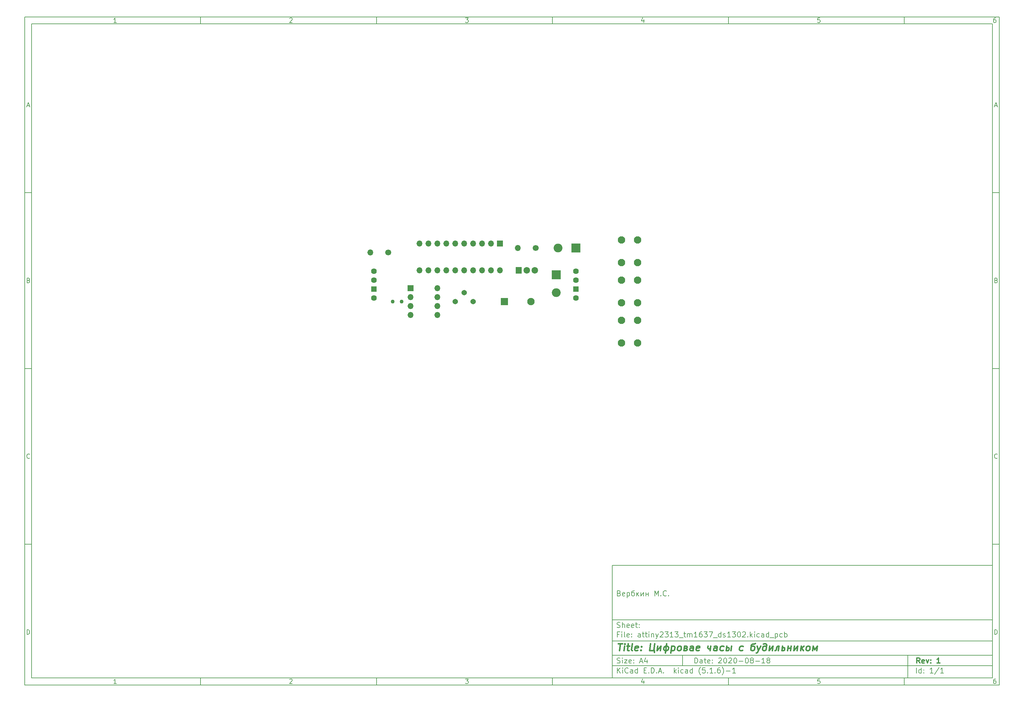
<source format=gbs>
%TF.GenerationSoftware,KiCad,Pcbnew,(5.1.6)-1*%
%TF.CreationDate,2020-08-18T15:16:58+05:00*%
%TF.ProjectId,attiny2313_tm1637_ds1302,61747469-6e79-4323-9331-335f746d3136,1*%
%TF.SameCoordinates,Original*%
%TF.FileFunction,Soldermask,Bot*%
%TF.FilePolarity,Negative*%
%FSLAX46Y46*%
G04 Gerber Fmt 4.6, Leading zero omitted, Abs format (unit mm)*
G04 Created by KiCad (PCBNEW (5.1.6)-1) date 2020-08-18 15:16:58*
%MOMM*%
%LPD*%
G01*
G04 APERTURE LIST*
%ADD10C,0.100000*%
%ADD11C,0.150000*%
%ADD12C,0.300000*%
%ADD13C,0.400000*%
%ADD14C,1.624000*%
%ADD15R,1.624000X1.624000*%
%ADD16R,2.500000X2.500000*%
%ADD17O,2.500000X2.500000*%
%ADD18R,2.100000X2.100000*%
%ADD19C,2.100000*%
%ADD20C,1.540000*%
%ADD21O,1.700000X1.700000*%
%ADD22R,1.700000X1.700000*%
%ADD23C,1.100000*%
%ADD24C,1.700000*%
%ADD25R,1.814500X1.900000*%
%ADD26O,1.814500X1.900000*%
G04 APERTURE END LIST*
D10*
D11*
X177002200Y-166007200D02*
X177002200Y-198007200D01*
X285002200Y-198007200D01*
X285002200Y-166007200D01*
X177002200Y-166007200D01*
D10*
D11*
X10000000Y-10000000D02*
X10000000Y-200007200D01*
X287002200Y-200007200D01*
X287002200Y-10000000D01*
X10000000Y-10000000D01*
D10*
D11*
X12000000Y-12000000D02*
X12000000Y-198007200D01*
X285002200Y-198007200D01*
X285002200Y-12000000D01*
X12000000Y-12000000D01*
D10*
D11*
X60000000Y-12000000D02*
X60000000Y-10000000D01*
D10*
D11*
X110000000Y-12000000D02*
X110000000Y-10000000D01*
D10*
D11*
X160000000Y-12000000D02*
X160000000Y-10000000D01*
D10*
D11*
X210000000Y-12000000D02*
X210000000Y-10000000D01*
D10*
D11*
X260000000Y-12000000D02*
X260000000Y-10000000D01*
D10*
D11*
X36065476Y-11588095D02*
X35322619Y-11588095D01*
X35694047Y-11588095D02*
X35694047Y-10288095D01*
X35570238Y-10473809D01*
X35446428Y-10597619D01*
X35322619Y-10659523D01*
D10*
D11*
X85322619Y-10411904D02*
X85384523Y-10350000D01*
X85508333Y-10288095D01*
X85817857Y-10288095D01*
X85941666Y-10350000D01*
X86003571Y-10411904D01*
X86065476Y-10535714D01*
X86065476Y-10659523D01*
X86003571Y-10845238D01*
X85260714Y-11588095D01*
X86065476Y-11588095D01*
D10*
D11*
X135260714Y-10288095D02*
X136065476Y-10288095D01*
X135632142Y-10783333D01*
X135817857Y-10783333D01*
X135941666Y-10845238D01*
X136003571Y-10907142D01*
X136065476Y-11030952D01*
X136065476Y-11340476D01*
X136003571Y-11464285D01*
X135941666Y-11526190D01*
X135817857Y-11588095D01*
X135446428Y-11588095D01*
X135322619Y-11526190D01*
X135260714Y-11464285D01*
D10*
D11*
X185941666Y-10721428D02*
X185941666Y-11588095D01*
X185632142Y-10226190D02*
X185322619Y-11154761D01*
X186127380Y-11154761D01*
D10*
D11*
X236003571Y-10288095D02*
X235384523Y-10288095D01*
X235322619Y-10907142D01*
X235384523Y-10845238D01*
X235508333Y-10783333D01*
X235817857Y-10783333D01*
X235941666Y-10845238D01*
X236003571Y-10907142D01*
X236065476Y-11030952D01*
X236065476Y-11340476D01*
X236003571Y-11464285D01*
X235941666Y-11526190D01*
X235817857Y-11588095D01*
X235508333Y-11588095D01*
X235384523Y-11526190D01*
X235322619Y-11464285D01*
D10*
D11*
X285941666Y-10288095D02*
X285694047Y-10288095D01*
X285570238Y-10350000D01*
X285508333Y-10411904D01*
X285384523Y-10597619D01*
X285322619Y-10845238D01*
X285322619Y-11340476D01*
X285384523Y-11464285D01*
X285446428Y-11526190D01*
X285570238Y-11588095D01*
X285817857Y-11588095D01*
X285941666Y-11526190D01*
X286003571Y-11464285D01*
X286065476Y-11340476D01*
X286065476Y-11030952D01*
X286003571Y-10907142D01*
X285941666Y-10845238D01*
X285817857Y-10783333D01*
X285570238Y-10783333D01*
X285446428Y-10845238D01*
X285384523Y-10907142D01*
X285322619Y-11030952D01*
D10*
D11*
X60000000Y-198007200D02*
X60000000Y-200007200D01*
D10*
D11*
X110000000Y-198007200D02*
X110000000Y-200007200D01*
D10*
D11*
X160000000Y-198007200D02*
X160000000Y-200007200D01*
D10*
D11*
X210000000Y-198007200D02*
X210000000Y-200007200D01*
D10*
D11*
X260000000Y-198007200D02*
X260000000Y-200007200D01*
D10*
D11*
X36065476Y-199595295D02*
X35322619Y-199595295D01*
X35694047Y-199595295D02*
X35694047Y-198295295D01*
X35570238Y-198481009D01*
X35446428Y-198604819D01*
X35322619Y-198666723D01*
D10*
D11*
X85322619Y-198419104D02*
X85384523Y-198357200D01*
X85508333Y-198295295D01*
X85817857Y-198295295D01*
X85941666Y-198357200D01*
X86003571Y-198419104D01*
X86065476Y-198542914D01*
X86065476Y-198666723D01*
X86003571Y-198852438D01*
X85260714Y-199595295D01*
X86065476Y-199595295D01*
D10*
D11*
X135260714Y-198295295D02*
X136065476Y-198295295D01*
X135632142Y-198790533D01*
X135817857Y-198790533D01*
X135941666Y-198852438D01*
X136003571Y-198914342D01*
X136065476Y-199038152D01*
X136065476Y-199347676D01*
X136003571Y-199471485D01*
X135941666Y-199533390D01*
X135817857Y-199595295D01*
X135446428Y-199595295D01*
X135322619Y-199533390D01*
X135260714Y-199471485D01*
D10*
D11*
X185941666Y-198728628D02*
X185941666Y-199595295D01*
X185632142Y-198233390D02*
X185322619Y-199161961D01*
X186127380Y-199161961D01*
D10*
D11*
X236003571Y-198295295D02*
X235384523Y-198295295D01*
X235322619Y-198914342D01*
X235384523Y-198852438D01*
X235508333Y-198790533D01*
X235817857Y-198790533D01*
X235941666Y-198852438D01*
X236003571Y-198914342D01*
X236065476Y-199038152D01*
X236065476Y-199347676D01*
X236003571Y-199471485D01*
X235941666Y-199533390D01*
X235817857Y-199595295D01*
X235508333Y-199595295D01*
X235384523Y-199533390D01*
X235322619Y-199471485D01*
D10*
D11*
X285941666Y-198295295D02*
X285694047Y-198295295D01*
X285570238Y-198357200D01*
X285508333Y-198419104D01*
X285384523Y-198604819D01*
X285322619Y-198852438D01*
X285322619Y-199347676D01*
X285384523Y-199471485D01*
X285446428Y-199533390D01*
X285570238Y-199595295D01*
X285817857Y-199595295D01*
X285941666Y-199533390D01*
X286003571Y-199471485D01*
X286065476Y-199347676D01*
X286065476Y-199038152D01*
X286003571Y-198914342D01*
X285941666Y-198852438D01*
X285817857Y-198790533D01*
X285570238Y-198790533D01*
X285446428Y-198852438D01*
X285384523Y-198914342D01*
X285322619Y-199038152D01*
D10*
D11*
X10000000Y-60000000D02*
X12000000Y-60000000D01*
D10*
D11*
X10000000Y-110000000D02*
X12000000Y-110000000D01*
D10*
D11*
X10000000Y-160000000D02*
X12000000Y-160000000D01*
D10*
D11*
X10690476Y-35216666D02*
X11309523Y-35216666D01*
X10566666Y-35588095D02*
X11000000Y-34288095D01*
X11433333Y-35588095D01*
D10*
D11*
X11092857Y-84907142D02*
X11278571Y-84969047D01*
X11340476Y-85030952D01*
X11402380Y-85154761D01*
X11402380Y-85340476D01*
X11340476Y-85464285D01*
X11278571Y-85526190D01*
X11154761Y-85588095D01*
X10659523Y-85588095D01*
X10659523Y-84288095D01*
X11092857Y-84288095D01*
X11216666Y-84350000D01*
X11278571Y-84411904D01*
X11340476Y-84535714D01*
X11340476Y-84659523D01*
X11278571Y-84783333D01*
X11216666Y-84845238D01*
X11092857Y-84907142D01*
X10659523Y-84907142D01*
D10*
D11*
X11402380Y-135464285D02*
X11340476Y-135526190D01*
X11154761Y-135588095D01*
X11030952Y-135588095D01*
X10845238Y-135526190D01*
X10721428Y-135402380D01*
X10659523Y-135278571D01*
X10597619Y-135030952D01*
X10597619Y-134845238D01*
X10659523Y-134597619D01*
X10721428Y-134473809D01*
X10845238Y-134350000D01*
X11030952Y-134288095D01*
X11154761Y-134288095D01*
X11340476Y-134350000D01*
X11402380Y-134411904D01*
D10*
D11*
X10659523Y-185588095D02*
X10659523Y-184288095D01*
X10969047Y-184288095D01*
X11154761Y-184350000D01*
X11278571Y-184473809D01*
X11340476Y-184597619D01*
X11402380Y-184845238D01*
X11402380Y-185030952D01*
X11340476Y-185278571D01*
X11278571Y-185402380D01*
X11154761Y-185526190D01*
X10969047Y-185588095D01*
X10659523Y-185588095D01*
D10*
D11*
X287002200Y-60000000D02*
X285002200Y-60000000D01*
D10*
D11*
X287002200Y-110000000D02*
X285002200Y-110000000D01*
D10*
D11*
X287002200Y-160000000D02*
X285002200Y-160000000D01*
D10*
D11*
X285692676Y-35216666D02*
X286311723Y-35216666D01*
X285568866Y-35588095D02*
X286002200Y-34288095D01*
X286435533Y-35588095D01*
D10*
D11*
X286095057Y-84907142D02*
X286280771Y-84969047D01*
X286342676Y-85030952D01*
X286404580Y-85154761D01*
X286404580Y-85340476D01*
X286342676Y-85464285D01*
X286280771Y-85526190D01*
X286156961Y-85588095D01*
X285661723Y-85588095D01*
X285661723Y-84288095D01*
X286095057Y-84288095D01*
X286218866Y-84350000D01*
X286280771Y-84411904D01*
X286342676Y-84535714D01*
X286342676Y-84659523D01*
X286280771Y-84783333D01*
X286218866Y-84845238D01*
X286095057Y-84907142D01*
X285661723Y-84907142D01*
D10*
D11*
X286404580Y-135464285D02*
X286342676Y-135526190D01*
X286156961Y-135588095D01*
X286033152Y-135588095D01*
X285847438Y-135526190D01*
X285723628Y-135402380D01*
X285661723Y-135278571D01*
X285599819Y-135030952D01*
X285599819Y-134845238D01*
X285661723Y-134597619D01*
X285723628Y-134473809D01*
X285847438Y-134350000D01*
X286033152Y-134288095D01*
X286156961Y-134288095D01*
X286342676Y-134350000D01*
X286404580Y-134411904D01*
D10*
D11*
X285661723Y-185588095D02*
X285661723Y-184288095D01*
X285971247Y-184288095D01*
X286156961Y-184350000D01*
X286280771Y-184473809D01*
X286342676Y-184597619D01*
X286404580Y-184845238D01*
X286404580Y-185030952D01*
X286342676Y-185278571D01*
X286280771Y-185402380D01*
X286156961Y-185526190D01*
X285971247Y-185588095D01*
X285661723Y-185588095D01*
D10*
D11*
X200434342Y-193785771D02*
X200434342Y-192285771D01*
X200791485Y-192285771D01*
X201005771Y-192357200D01*
X201148628Y-192500057D01*
X201220057Y-192642914D01*
X201291485Y-192928628D01*
X201291485Y-193142914D01*
X201220057Y-193428628D01*
X201148628Y-193571485D01*
X201005771Y-193714342D01*
X200791485Y-193785771D01*
X200434342Y-193785771D01*
X202577200Y-193785771D02*
X202577200Y-193000057D01*
X202505771Y-192857200D01*
X202362914Y-192785771D01*
X202077200Y-192785771D01*
X201934342Y-192857200D01*
X202577200Y-193714342D02*
X202434342Y-193785771D01*
X202077200Y-193785771D01*
X201934342Y-193714342D01*
X201862914Y-193571485D01*
X201862914Y-193428628D01*
X201934342Y-193285771D01*
X202077200Y-193214342D01*
X202434342Y-193214342D01*
X202577200Y-193142914D01*
X203077200Y-192785771D02*
X203648628Y-192785771D01*
X203291485Y-192285771D02*
X203291485Y-193571485D01*
X203362914Y-193714342D01*
X203505771Y-193785771D01*
X203648628Y-193785771D01*
X204720057Y-193714342D02*
X204577200Y-193785771D01*
X204291485Y-193785771D01*
X204148628Y-193714342D01*
X204077200Y-193571485D01*
X204077200Y-193000057D01*
X204148628Y-192857200D01*
X204291485Y-192785771D01*
X204577200Y-192785771D01*
X204720057Y-192857200D01*
X204791485Y-193000057D01*
X204791485Y-193142914D01*
X204077200Y-193285771D01*
X205434342Y-193642914D02*
X205505771Y-193714342D01*
X205434342Y-193785771D01*
X205362914Y-193714342D01*
X205434342Y-193642914D01*
X205434342Y-193785771D01*
X205434342Y-192857200D02*
X205505771Y-192928628D01*
X205434342Y-193000057D01*
X205362914Y-192928628D01*
X205434342Y-192857200D01*
X205434342Y-193000057D01*
X207220057Y-192428628D02*
X207291485Y-192357200D01*
X207434342Y-192285771D01*
X207791485Y-192285771D01*
X207934342Y-192357200D01*
X208005771Y-192428628D01*
X208077200Y-192571485D01*
X208077200Y-192714342D01*
X208005771Y-192928628D01*
X207148628Y-193785771D01*
X208077200Y-193785771D01*
X209005771Y-192285771D02*
X209148628Y-192285771D01*
X209291485Y-192357200D01*
X209362914Y-192428628D01*
X209434342Y-192571485D01*
X209505771Y-192857200D01*
X209505771Y-193214342D01*
X209434342Y-193500057D01*
X209362914Y-193642914D01*
X209291485Y-193714342D01*
X209148628Y-193785771D01*
X209005771Y-193785771D01*
X208862914Y-193714342D01*
X208791485Y-193642914D01*
X208720057Y-193500057D01*
X208648628Y-193214342D01*
X208648628Y-192857200D01*
X208720057Y-192571485D01*
X208791485Y-192428628D01*
X208862914Y-192357200D01*
X209005771Y-192285771D01*
X210077200Y-192428628D02*
X210148628Y-192357200D01*
X210291485Y-192285771D01*
X210648628Y-192285771D01*
X210791485Y-192357200D01*
X210862914Y-192428628D01*
X210934342Y-192571485D01*
X210934342Y-192714342D01*
X210862914Y-192928628D01*
X210005771Y-193785771D01*
X210934342Y-193785771D01*
X211862914Y-192285771D02*
X212005771Y-192285771D01*
X212148628Y-192357200D01*
X212220057Y-192428628D01*
X212291485Y-192571485D01*
X212362914Y-192857200D01*
X212362914Y-193214342D01*
X212291485Y-193500057D01*
X212220057Y-193642914D01*
X212148628Y-193714342D01*
X212005771Y-193785771D01*
X211862914Y-193785771D01*
X211720057Y-193714342D01*
X211648628Y-193642914D01*
X211577200Y-193500057D01*
X211505771Y-193214342D01*
X211505771Y-192857200D01*
X211577200Y-192571485D01*
X211648628Y-192428628D01*
X211720057Y-192357200D01*
X211862914Y-192285771D01*
X213005771Y-193214342D02*
X214148628Y-193214342D01*
X215148628Y-192285771D02*
X215291485Y-192285771D01*
X215434342Y-192357200D01*
X215505771Y-192428628D01*
X215577200Y-192571485D01*
X215648628Y-192857200D01*
X215648628Y-193214342D01*
X215577200Y-193500057D01*
X215505771Y-193642914D01*
X215434342Y-193714342D01*
X215291485Y-193785771D01*
X215148628Y-193785771D01*
X215005771Y-193714342D01*
X214934342Y-193642914D01*
X214862914Y-193500057D01*
X214791485Y-193214342D01*
X214791485Y-192857200D01*
X214862914Y-192571485D01*
X214934342Y-192428628D01*
X215005771Y-192357200D01*
X215148628Y-192285771D01*
X216505771Y-192928628D02*
X216362914Y-192857200D01*
X216291485Y-192785771D01*
X216220057Y-192642914D01*
X216220057Y-192571485D01*
X216291485Y-192428628D01*
X216362914Y-192357200D01*
X216505771Y-192285771D01*
X216791485Y-192285771D01*
X216934342Y-192357200D01*
X217005771Y-192428628D01*
X217077200Y-192571485D01*
X217077200Y-192642914D01*
X217005771Y-192785771D01*
X216934342Y-192857200D01*
X216791485Y-192928628D01*
X216505771Y-192928628D01*
X216362914Y-193000057D01*
X216291485Y-193071485D01*
X216220057Y-193214342D01*
X216220057Y-193500057D01*
X216291485Y-193642914D01*
X216362914Y-193714342D01*
X216505771Y-193785771D01*
X216791485Y-193785771D01*
X216934342Y-193714342D01*
X217005771Y-193642914D01*
X217077200Y-193500057D01*
X217077200Y-193214342D01*
X217005771Y-193071485D01*
X216934342Y-193000057D01*
X216791485Y-192928628D01*
X217720057Y-193214342D02*
X218862914Y-193214342D01*
X220362914Y-193785771D02*
X219505771Y-193785771D01*
X219934342Y-193785771D02*
X219934342Y-192285771D01*
X219791485Y-192500057D01*
X219648628Y-192642914D01*
X219505771Y-192714342D01*
X221220057Y-192928628D02*
X221077200Y-192857200D01*
X221005771Y-192785771D01*
X220934342Y-192642914D01*
X220934342Y-192571485D01*
X221005771Y-192428628D01*
X221077200Y-192357200D01*
X221220057Y-192285771D01*
X221505771Y-192285771D01*
X221648628Y-192357200D01*
X221720057Y-192428628D01*
X221791485Y-192571485D01*
X221791485Y-192642914D01*
X221720057Y-192785771D01*
X221648628Y-192857200D01*
X221505771Y-192928628D01*
X221220057Y-192928628D01*
X221077200Y-193000057D01*
X221005771Y-193071485D01*
X220934342Y-193214342D01*
X220934342Y-193500057D01*
X221005771Y-193642914D01*
X221077200Y-193714342D01*
X221220057Y-193785771D01*
X221505771Y-193785771D01*
X221648628Y-193714342D01*
X221720057Y-193642914D01*
X221791485Y-193500057D01*
X221791485Y-193214342D01*
X221720057Y-193071485D01*
X221648628Y-193000057D01*
X221505771Y-192928628D01*
D10*
D11*
X177002200Y-194507200D02*
X285002200Y-194507200D01*
D10*
D11*
X178434342Y-196585771D02*
X178434342Y-195085771D01*
X179291485Y-196585771D02*
X178648628Y-195728628D01*
X179291485Y-195085771D02*
X178434342Y-195942914D01*
X179934342Y-196585771D02*
X179934342Y-195585771D01*
X179934342Y-195085771D02*
X179862914Y-195157200D01*
X179934342Y-195228628D01*
X180005771Y-195157200D01*
X179934342Y-195085771D01*
X179934342Y-195228628D01*
X181505771Y-196442914D02*
X181434342Y-196514342D01*
X181220057Y-196585771D01*
X181077200Y-196585771D01*
X180862914Y-196514342D01*
X180720057Y-196371485D01*
X180648628Y-196228628D01*
X180577200Y-195942914D01*
X180577200Y-195728628D01*
X180648628Y-195442914D01*
X180720057Y-195300057D01*
X180862914Y-195157200D01*
X181077200Y-195085771D01*
X181220057Y-195085771D01*
X181434342Y-195157200D01*
X181505771Y-195228628D01*
X182791485Y-196585771D02*
X182791485Y-195800057D01*
X182720057Y-195657200D01*
X182577200Y-195585771D01*
X182291485Y-195585771D01*
X182148628Y-195657200D01*
X182791485Y-196514342D02*
X182648628Y-196585771D01*
X182291485Y-196585771D01*
X182148628Y-196514342D01*
X182077200Y-196371485D01*
X182077200Y-196228628D01*
X182148628Y-196085771D01*
X182291485Y-196014342D01*
X182648628Y-196014342D01*
X182791485Y-195942914D01*
X184148628Y-196585771D02*
X184148628Y-195085771D01*
X184148628Y-196514342D02*
X184005771Y-196585771D01*
X183720057Y-196585771D01*
X183577200Y-196514342D01*
X183505771Y-196442914D01*
X183434342Y-196300057D01*
X183434342Y-195871485D01*
X183505771Y-195728628D01*
X183577200Y-195657200D01*
X183720057Y-195585771D01*
X184005771Y-195585771D01*
X184148628Y-195657200D01*
X186005771Y-195800057D02*
X186505771Y-195800057D01*
X186720057Y-196585771D02*
X186005771Y-196585771D01*
X186005771Y-195085771D01*
X186720057Y-195085771D01*
X187362914Y-196442914D02*
X187434342Y-196514342D01*
X187362914Y-196585771D01*
X187291485Y-196514342D01*
X187362914Y-196442914D01*
X187362914Y-196585771D01*
X188077200Y-196585771D02*
X188077200Y-195085771D01*
X188434342Y-195085771D01*
X188648628Y-195157200D01*
X188791485Y-195300057D01*
X188862914Y-195442914D01*
X188934342Y-195728628D01*
X188934342Y-195942914D01*
X188862914Y-196228628D01*
X188791485Y-196371485D01*
X188648628Y-196514342D01*
X188434342Y-196585771D01*
X188077200Y-196585771D01*
X189577200Y-196442914D02*
X189648628Y-196514342D01*
X189577200Y-196585771D01*
X189505771Y-196514342D01*
X189577200Y-196442914D01*
X189577200Y-196585771D01*
X190220057Y-196157200D02*
X190934342Y-196157200D01*
X190077200Y-196585771D02*
X190577200Y-195085771D01*
X191077200Y-196585771D01*
X191577200Y-196442914D02*
X191648628Y-196514342D01*
X191577200Y-196585771D01*
X191505771Y-196514342D01*
X191577200Y-196442914D01*
X191577200Y-196585771D01*
X194577200Y-196585771D02*
X194577200Y-195085771D01*
X194720057Y-196014342D02*
X195148628Y-196585771D01*
X195148628Y-195585771D02*
X194577200Y-196157200D01*
X195791485Y-196585771D02*
X195791485Y-195585771D01*
X195791485Y-195085771D02*
X195720057Y-195157200D01*
X195791485Y-195228628D01*
X195862914Y-195157200D01*
X195791485Y-195085771D01*
X195791485Y-195228628D01*
X197148628Y-196514342D02*
X197005771Y-196585771D01*
X196720057Y-196585771D01*
X196577200Y-196514342D01*
X196505771Y-196442914D01*
X196434342Y-196300057D01*
X196434342Y-195871485D01*
X196505771Y-195728628D01*
X196577200Y-195657200D01*
X196720057Y-195585771D01*
X197005771Y-195585771D01*
X197148628Y-195657200D01*
X198434342Y-196585771D02*
X198434342Y-195800057D01*
X198362914Y-195657200D01*
X198220057Y-195585771D01*
X197934342Y-195585771D01*
X197791485Y-195657200D01*
X198434342Y-196514342D02*
X198291485Y-196585771D01*
X197934342Y-196585771D01*
X197791485Y-196514342D01*
X197720057Y-196371485D01*
X197720057Y-196228628D01*
X197791485Y-196085771D01*
X197934342Y-196014342D01*
X198291485Y-196014342D01*
X198434342Y-195942914D01*
X199791485Y-196585771D02*
X199791485Y-195085771D01*
X199791485Y-196514342D02*
X199648628Y-196585771D01*
X199362914Y-196585771D01*
X199220057Y-196514342D01*
X199148628Y-196442914D01*
X199077200Y-196300057D01*
X199077200Y-195871485D01*
X199148628Y-195728628D01*
X199220057Y-195657200D01*
X199362914Y-195585771D01*
X199648628Y-195585771D01*
X199791485Y-195657200D01*
X202077200Y-197157200D02*
X202005771Y-197085771D01*
X201862914Y-196871485D01*
X201791485Y-196728628D01*
X201720057Y-196514342D01*
X201648628Y-196157200D01*
X201648628Y-195871485D01*
X201720057Y-195514342D01*
X201791485Y-195300057D01*
X201862914Y-195157200D01*
X202005771Y-194942914D01*
X202077200Y-194871485D01*
X203362914Y-195085771D02*
X202648628Y-195085771D01*
X202577200Y-195800057D01*
X202648628Y-195728628D01*
X202791485Y-195657200D01*
X203148628Y-195657200D01*
X203291485Y-195728628D01*
X203362914Y-195800057D01*
X203434342Y-195942914D01*
X203434342Y-196300057D01*
X203362914Y-196442914D01*
X203291485Y-196514342D01*
X203148628Y-196585771D01*
X202791485Y-196585771D01*
X202648628Y-196514342D01*
X202577200Y-196442914D01*
X204077200Y-196442914D02*
X204148628Y-196514342D01*
X204077200Y-196585771D01*
X204005771Y-196514342D01*
X204077200Y-196442914D01*
X204077200Y-196585771D01*
X205577200Y-196585771D02*
X204720057Y-196585771D01*
X205148628Y-196585771D02*
X205148628Y-195085771D01*
X205005771Y-195300057D01*
X204862914Y-195442914D01*
X204720057Y-195514342D01*
X206220057Y-196442914D02*
X206291485Y-196514342D01*
X206220057Y-196585771D01*
X206148628Y-196514342D01*
X206220057Y-196442914D01*
X206220057Y-196585771D01*
X207577200Y-195085771D02*
X207291485Y-195085771D01*
X207148628Y-195157200D01*
X207077200Y-195228628D01*
X206934342Y-195442914D01*
X206862914Y-195728628D01*
X206862914Y-196300057D01*
X206934342Y-196442914D01*
X207005771Y-196514342D01*
X207148628Y-196585771D01*
X207434342Y-196585771D01*
X207577200Y-196514342D01*
X207648628Y-196442914D01*
X207720057Y-196300057D01*
X207720057Y-195942914D01*
X207648628Y-195800057D01*
X207577200Y-195728628D01*
X207434342Y-195657200D01*
X207148628Y-195657200D01*
X207005771Y-195728628D01*
X206934342Y-195800057D01*
X206862914Y-195942914D01*
X208220057Y-197157200D02*
X208291485Y-197085771D01*
X208434342Y-196871485D01*
X208505771Y-196728628D01*
X208577200Y-196514342D01*
X208648628Y-196157200D01*
X208648628Y-195871485D01*
X208577200Y-195514342D01*
X208505771Y-195300057D01*
X208434342Y-195157200D01*
X208291485Y-194942914D01*
X208220057Y-194871485D01*
X209362914Y-196014342D02*
X210505771Y-196014342D01*
X212005771Y-196585771D02*
X211148628Y-196585771D01*
X211577200Y-196585771D02*
X211577200Y-195085771D01*
X211434342Y-195300057D01*
X211291485Y-195442914D01*
X211148628Y-195514342D01*
D10*
D11*
X177002200Y-191507200D02*
X285002200Y-191507200D01*
D10*
D12*
X264411485Y-193785771D02*
X263911485Y-193071485D01*
X263554342Y-193785771D02*
X263554342Y-192285771D01*
X264125771Y-192285771D01*
X264268628Y-192357200D01*
X264340057Y-192428628D01*
X264411485Y-192571485D01*
X264411485Y-192785771D01*
X264340057Y-192928628D01*
X264268628Y-193000057D01*
X264125771Y-193071485D01*
X263554342Y-193071485D01*
X265625771Y-193714342D02*
X265482914Y-193785771D01*
X265197200Y-193785771D01*
X265054342Y-193714342D01*
X264982914Y-193571485D01*
X264982914Y-193000057D01*
X265054342Y-192857200D01*
X265197200Y-192785771D01*
X265482914Y-192785771D01*
X265625771Y-192857200D01*
X265697200Y-193000057D01*
X265697200Y-193142914D01*
X264982914Y-193285771D01*
X266197200Y-192785771D02*
X266554342Y-193785771D01*
X266911485Y-192785771D01*
X267482914Y-193642914D02*
X267554342Y-193714342D01*
X267482914Y-193785771D01*
X267411485Y-193714342D01*
X267482914Y-193642914D01*
X267482914Y-193785771D01*
X267482914Y-192857200D02*
X267554342Y-192928628D01*
X267482914Y-193000057D01*
X267411485Y-192928628D01*
X267482914Y-192857200D01*
X267482914Y-193000057D01*
X270125771Y-193785771D02*
X269268628Y-193785771D01*
X269697200Y-193785771D02*
X269697200Y-192285771D01*
X269554342Y-192500057D01*
X269411485Y-192642914D01*
X269268628Y-192714342D01*
D10*
D11*
X178362914Y-193714342D02*
X178577200Y-193785771D01*
X178934342Y-193785771D01*
X179077200Y-193714342D01*
X179148628Y-193642914D01*
X179220057Y-193500057D01*
X179220057Y-193357200D01*
X179148628Y-193214342D01*
X179077200Y-193142914D01*
X178934342Y-193071485D01*
X178648628Y-193000057D01*
X178505771Y-192928628D01*
X178434342Y-192857200D01*
X178362914Y-192714342D01*
X178362914Y-192571485D01*
X178434342Y-192428628D01*
X178505771Y-192357200D01*
X178648628Y-192285771D01*
X179005771Y-192285771D01*
X179220057Y-192357200D01*
X179862914Y-193785771D02*
X179862914Y-192785771D01*
X179862914Y-192285771D02*
X179791485Y-192357200D01*
X179862914Y-192428628D01*
X179934342Y-192357200D01*
X179862914Y-192285771D01*
X179862914Y-192428628D01*
X180434342Y-192785771D02*
X181220057Y-192785771D01*
X180434342Y-193785771D01*
X181220057Y-193785771D01*
X182362914Y-193714342D02*
X182220057Y-193785771D01*
X181934342Y-193785771D01*
X181791485Y-193714342D01*
X181720057Y-193571485D01*
X181720057Y-193000057D01*
X181791485Y-192857200D01*
X181934342Y-192785771D01*
X182220057Y-192785771D01*
X182362914Y-192857200D01*
X182434342Y-193000057D01*
X182434342Y-193142914D01*
X181720057Y-193285771D01*
X183077200Y-193642914D02*
X183148628Y-193714342D01*
X183077200Y-193785771D01*
X183005771Y-193714342D01*
X183077200Y-193642914D01*
X183077200Y-193785771D01*
X183077200Y-192857200D02*
X183148628Y-192928628D01*
X183077200Y-193000057D01*
X183005771Y-192928628D01*
X183077200Y-192857200D01*
X183077200Y-193000057D01*
X184862914Y-193357200D02*
X185577200Y-193357200D01*
X184720057Y-193785771D02*
X185220057Y-192285771D01*
X185720057Y-193785771D01*
X186862914Y-192785771D02*
X186862914Y-193785771D01*
X186505771Y-192214342D02*
X186148628Y-193285771D01*
X187077200Y-193285771D01*
D10*
D11*
X263434342Y-196585771D02*
X263434342Y-195085771D01*
X264791485Y-196585771D02*
X264791485Y-195085771D01*
X264791485Y-196514342D02*
X264648628Y-196585771D01*
X264362914Y-196585771D01*
X264220057Y-196514342D01*
X264148628Y-196442914D01*
X264077200Y-196300057D01*
X264077200Y-195871485D01*
X264148628Y-195728628D01*
X264220057Y-195657200D01*
X264362914Y-195585771D01*
X264648628Y-195585771D01*
X264791485Y-195657200D01*
X265505771Y-196442914D02*
X265577200Y-196514342D01*
X265505771Y-196585771D01*
X265434342Y-196514342D01*
X265505771Y-196442914D01*
X265505771Y-196585771D01*
X265505771Y-195657200D02*
X265577200Y-195728628D01*
X265505771Y-195800057D01*
X265434342Y-195728628D01*
X265505771Y-195657200D01*
X265505771Y-195800057D01*
X268148628Y-196585771D02*
X267291485Y-196585771D01*
X267720057Y-196585771D02*
X267720057Y-195085771D01*
X267577200Y-195300057D01*
X267434342Y-195442914D01*
X267291485Y-195514342D01*
X269862914Y-195014342D02*
X268577200Y-196942914D01*
X271148628Y-196585771D02*
X270291485Y-196585771D01*
X270720057Y-196585771D02*
X270720057Y-195085771D01*
X270577200Y-195300057D01*
X270434342Y-195442914D01*
X270291485Y-195514342D01*
D10*
D11*
X177002200Y-187507200D02*
X285002200Y-187507200D01*
D10*
D13*
X178714580Y-188211961D02*
X179857438Y-188211961D01*
X179036009Y-190211961D02*
X179286009Y-188211961D01*
X180274104Y-190211961D02*
X180440771Y-188878628D01*
X180524104Y-188211961D02*
X180416961Y-188307200D01*
X180500295Y-188402438D01*
X180607438Y-188307200D01*
X180524104Y-188211961D01*
X180500295Y-188402438D01*
X181107438Y-188878628D02*
X181869342Y-188878628D01*
X181476485Y-188211961D02*
X181262200Y-189926247D01*
X181333628Y-190116723D01*
X181512200Y-190211961D01*
X181702676Y-190211961D01*
X182655057Y-190211961D02*
X182476485Y-190116723D01*
X182405057Y-189926247D01*
X182619342Y-188211961D01*
X184190771Y-190116723D02*
X183988390Y-190211961D01*
X183607438Y-190211961D01*
X183428866Y-190116723D01*
X183357438Y-189926247D01*
X183452676Y-189164342D01*
X183571723Y-188973866D01*
X183774104Y-188878628D01*
X184155057Y-188878628D01*
X184333628Y-188973866D01*
X184405057Y-189164342D01*
X184381247Y-189354819D01*
X183405057Y-189545295D01*
X185155057Y-190021485D02*
X185238390Y-190116723D01*
X185131247Y-190211961D01*
X185047914Y-190116723D01*
X185155057Y-190021485D01*
X185131247Y-190211961D01*
X185286009Y-188973866D02*
X185369342Y-189069104D01*
X185262200Y-189164342D01*
X185178866Y-189069104D01*
X185286009Y-188973866D01*
X185262200Y-189164342D01*
X189000295Y-188211961D02*
X188750295Y-190211961D01*
X187857438Y-188211961D02*
X187607438Y-190211961D01*
X188940771Y-190211961D01*
X188881247Y-190688152D01*
X189869342Y-188878628D02*
X189702676Y-190211961D01*
X190821723Y-188878628D01*
X190655057Y-190211961D01*
X192428866Y-188211961D02*
X192095533Y-190878628D01*
X192155057Y-188878628D02*
X192536009Y-188878628D01*
X192714580Y-188973866D01*
X192881247Y-189164342D01*
X192952676Y-189354819D01*
X192905057Y-189735771D01*
X192786009Y-189926247D01*
X192571723Y-190116723D01*
X192369342Y-190211961D01*
X191988390Y-190211961D01*
X191809819Y-190116723D01*
X191643152Y-189926247D01*
X191571723Y-189735771D01*
X191619342Y-189354819D01*
X191738390Y-189164342D01*
X191952676Y-188973866D01*
X192155057Y-188878628D01*
X193869342Y-188878628D02*
X193619342Y-190878628D01*
X193857438Y-188973866D02*
X194059819Y-188878628D01*
X194440771Y-188878628D01*
X194619342Y-188973866D01*
X194702676Y-189069104D01*
X194774104Y-189259580D01*
X194702676Y-189831009D01*
X194583628Y-190021485D01*
X194476485Y-190116723D01*
X194274104Y-190211961D01*
X193893152Y-190211961D01*
X193714580Y-190116723D01*
X195797914Y-190211961D02*
X195619342Y-190116723D01*
X195536009Y-190021485D01*
X195464580Y-189831009D01*
X195536009Y-189259580D01*
X195655057Y-189069104D01*
X195762200Y-188973866D01*
X195964580Y-188878628D01*
X196250295Y-188878628D01*
X196428866Y-188973866D01*
X196512200Y-189069104D01*
X196583628Y-189259580D01*
X196512200Y-189831009D01*
X196393152Y-190021485D01*
X196286009Y-190116723D01*
X196083628Y-190211961D01*
X195797914Y-190211961D01*
X197881247Y-189545295D02*
X198155057Y-189640533D01*
X198226485Y-189831009D01*
X198214580Y-189926247D01*
X198095533Y-190116723D01*
X197893152Y-190211961D01*
X197321723Y-190211961D01*
X197488390Y-188878628D01*
X197964580Y-188878628D01*
X198143152Y-188973866D01*
X198214580Y-189164342D01*
X198202676Y-189259580D01*
X198083628Y-189450057D01*
X197881247Y-189545295D01*
X197405057Y-189545295D01*
X199893152Y-190211961D02*
X200024104Y-189164342D01*
X199952676Y-188973866D01*
X199774104Y-188878628D01*
X199393152Y-188878628D01*
X199190771Y-188973866D01*
X199905057Y-190116723D02*
X199702676Y-190211961D01*
X199226485Y-190211961D01*
X199047914Y-190116723D01*
X198976485Y-189926247D01*
X199000295Y-189735771D01*
X199119342Y-189545295D01*
X199321723Y-189450057D01*
X199797914Y-189450057D01*
X200000295Y-189354819D01*
X201619342Y-190116723D02*
X201416961Y-190211961D01*
X201036009Y-190211961D01*
X200857438Y-190116723D01*
X200786009Y-189926247D01*
X200881247Y-189164342D01*
X201000295Y-188973866D01*
X201202676Y-188878628D01*
X201583628Y-188878628D01*
X201762200Y-188973866D01*
X201833628Y-189164342D01*
X201809819Y-189354819D01*
X200833628Y-189545295D01*
X204916961Y-188878628D02*
X204750295Y-190211961D01*
X204155057Y-188878628D02*
X204095533Y-189354819D01*
X204166961Y-189545295D01*
X204345533Y-189640533D01*
X204821723Y-189640533D01*
X206655057Y-190211961D02*
X206786009Y-189164342D01*
X206714580Y-188973866D01*
X206536009Y-188878628D01*
X206155057Y-188878628D01*
X205952676Y-188973866D01*
X206666961Y-190116723D02*
X206464580Y-190211961D01*
X205988390Y-190211961D01*
X205809819Y-190116723D01*
X205738390Y-189926247D01*
X205762200Y-189735771D01*
X205881247Y-189545295D01*
X206083628Y-189450057D01*
X206559819Y-189450057D01*
X206762200Y-189354819D01*
X208476485Y-190116723D02*
X208274104Y-190211961D01*
X207893152Y-190211961D01*
X207714580Y-190116723D01*
X207631247Y-190021485D01*
X207559819Y-189831009D01*
X207631247Y-189259580D01*
X207750295Y-189069104D01*
X207857438Y-188973866D01*
X208059819Y-188878628D01*
X208440771Y-188878628D01*
X208619342Y-188973866D01*
X210821723Y-188878628D02*
X210655057Y-190211961D01*
X209488390Y-188878628D02*
X209321723Y-190211961D01*
X209797914Y-190211961D01*
X210000295Y-190116723D01*
X210119342Y-189926247D01*
X210155057Y-189640533D01*
X210083628Y-189450057D01*
X209905057Y-189354819D01*
X209428866Y-189354819D01*
X214000295Y-190116723D02*
X213797914Y-190211961D01*
X213416961Y-190211961D01*
X213238390Y-190116723D01*
X213155057Y-190021485D01*
X213083628Y-189831009D01*
X213155057Y-189259580D01*
X213274104Y-189069104D01*
X213381247Y-188973866D01*
X213583628Y-188878628D01*
X213964580Y-188878628D01*
X214143152Y-188973866D01*
X217583628Y-188116723D02*
X217476485Y-188211961D01*
X217274104Y-188307200D01*
X216893152Y-188307200D01*
X216690771Y-188402438D01*
X216583628Y-188497676D01*
X216464580Y-188688152D01*
X216321723Y-189831009D01*
X216393152Y-190021485D01*
X216476485Y-190116723D01*
X216655057Y-190211961D01*
X216940771Y-190211961D01*
X217143152Y-190116723D01*
X217250295Y-190021485D01*
X217369342Y-189831009D01*
X217440771Y-189259580D01*
X217369342Y-189069104D01*
X217286009Y-188973866D01*
X217107438Y-188878628D01*
X216726485Y-188878628D01*
X216524104Y-188973866D01*
X216416961Y-189069104D01*
X218155057Y-188878628D02*
X218464580Y-190211961D01*
X219107438Y-188878628D02*
X218464580Y-190211961D01*
X218214580Y-190688152D01*
X218107438Y-190783390D01*
X217905057Y-190878628D01*
X220797914Y-189069104D02*
X220714580Y-188973866D01*
X220536009Y-188878628D01*
X220155057Y-188878628D01*
X219952676Y-188973866D01*
X219845533Y-189069104D01*
X219726485Y-189259580D01*
X219655057Y-189831009D01*
X219726485Y-190021485D01*
X219809819Y-190116723D01*
X219988390Y-190211961D01*
X220274104Y-190211961D01*
X220476485Y-190116723D01*
X220583628Y-190021485D01*
X220702676Y-189831009D01*
X220857438Y-188592914D01*
X220786009Y-188402438D01*
X220702676Y-188307200D01*
X220524104Y-188211961D01*
X220143152Y-188211961D01*
X219940771Y-188307200D01*
X221678866Y-188878628D02*
X221512200Y-190211961D01*
X222631247Y-188878628D01*
X222464580Y-190211961D01*
X224178866Y-190211961D02*
X224345533Y-188878628D01*
X224059819Y-188878628D01*
X223857438Y-188973866D01*
X223738390Y-189164342D01*
X223547914Y-189926247D01*
X223428866Y-190116723D01*
X223226485Y-190211961D01*
X225297914Y-188878628D02*
X225131247Y-190211961D01*
X225607438Y-190211961D01*
X225809819Y-190116723D01*
X225928866Y-189926247D01*
X225964580Y-189640533D01*
X225893152Y-189450057D01*
X225714580Y-189354819D01*
X225238390Y-189354819D01*
X226833628Y-189545295D02*
X227690771Y-189545295D01*
X226916961Y-188878628D02*
X226750295Y-190211961D01*
X227774104Y-188878628D02*
X227607438Y-190211961D01*
X228726485Y-188878628D02*
X228559819Y-190211961D01*
X229678866Y-188878628D01*
X229512199Y-190211961D01*
X230631247Y-188878628D02*
X230464580Y-190211961D01*
X230750295Y-189450057D02*
X231226485Y-190211961D01*
X231393152Y-188878628D02*
X230536009Y-189640533D01*
X232369342Y-190211961D02*
X232190771Y-190116723D01*
X232107438Y-190021485D01*
X232036009Y-189831009D01*
X232107438Y-189259580D01*
X232226485Y-189069104D01*
X232333628Y-188973866D01*
X232536009Y-188878628D01*
X232821723Y-188878628D01*
X233000295Y-188973866D01*
X233083628Y-189069104D01*
X233155057Y-189259580D01*
X233083628Y-189831009D01*
X232964580Y-190021485D01*
X232857438Y-190116723D01*
X232655057Y-190211961D01*
X232369342Y-190211961D01*
X233893152Y-190211961D02*
X234059819Y-188878628D01*
X234500295Y-189926247D01*
X235202676Y-188878628D01*
X235036009Y-190211961D01*
D10*
D11*
X178934342Y-185600057D02*
X178434342Y-185600057D01*
X178434342Y-186385771D02*
X178434342Y-184885771D01*
X179148628Y-184885771D01*
X179720057Y-186385771D02*
X179720057Y-185385771D01*
X179720057Y-184885771D02*
X179648628Y-184957200D01*
X179720057Y-185028628D01*
X179791485Y-184957200D01*
X179720057Y-184885771D01*
X179720057Y-185028628D01*
X180648628Y-186385771D02*
X180505771Y-186314342D01*
X180434342Y-186171485D01*
X180434342Y-184885771D01*
X181791485Y-186314342D02*
X181648628Y-186385771D01*
X181362914Y-186385771D01*
X181220057Y-186314342D01*
X181148628Y-186171485D01*
X181148628Y-185600057D01*
X181220057Y-185457200D01*
X181362914Y-185385771D01*
X181648628Y-185385771D01*
X181791485Y-185457200D01*
X181862914Y-185600057D01*
X181862914Y-185742914D01*
X181148628Y-185885771D01*
X182505771Y-186242914D02*
X182577200Y-186314342D01*
X182505771Y-186385771D01*
X182434342Y-186314342D01*
X182505771Y-186242914D01*
X182505771Y-186385771D01*
X182505771Y-185457200D02*
X182577200Y-185528628D01*
X182505771Y-185600057D01*
X182434342Y-185528628D01*
X182505771Y-185457200D01*
X182505771Y-185600057D01*
X185005771Y-186385771D02*
X185005771Y-185600057D01*
X184934342Y-185457200D01*
X184791485Y-185385771D01*
X184505771Y-185385771D01*
X184362914Y-185457200D01*
X185005771Y-186314342D02*
X184862914Y-186385771D01*
X184505771Y-186385771D01*
X184362914Y-186314342D01*
X184291485Y-186171485D01*
X184291485Y-186028628D01*
X184362914Y-185885771D01*
X184505771Y-185814342D01*
X184862914Y-185814342D01*
X185005771Y-185742914D01*
X185505771Y-185385771D02*
X186077200Y-185385771D01*
X185720057Y-184885771D02*
X185720057Y-186171485D01*
X185791485Y-186314342D01*
X185934342Y-186385771D01*
X186077200Y-186385771D01*
X186362914Y-185385771D02*
X186934342Y-185385771D01*
X186577200Y-184885771D02*
X186577200Y-186171485D01*
X186648628Y-186314342D01*
X186791485Y-186385771D01*
X186934342Y-186385771D01*
X187434342Y-186385771D02*
X187434342Y-185385771D01*
X187434342Y-184885771D02*
X187362914Y-184957200D01*
X187434342Y-185028628D01*
X187505771Y-184957200D01*
X187434342Y-184885771D01*
X187434342Y-185028628D01*
X188148628Y-185385771D02*
X188148628Y-186385771D01*
X188148628Y-185528628D02*
X188220057Y-185457200D01*
X188362914Y-185385771D01*
X188577200Y-185385771D01*
X188720057Y-185457200D01*
X188791485Y-185600057D01*
X188791485Y-186385771D01*
X189362914Y-185385771D02*
X189720057Y-186385771D01*
X190077200Y-185385771D02*
X189720057Y-186385771D01*
X189577200Y-186742914D01*
X189505771Y-186814342D01*
X189362914Y-186885771D01*
X190577200Y-185028628D02*
X190648628Y-184957200D01*
X190791485Y-184885771D01*
X191148628Y-184885771D01*
X191291485Y-184957200D01*
X191362914Y-185028628D01*
X191434342Y-185171485D01*
X191434342Y-185314342D01*
X191362914Y-185528628D01*
X190505771Y-186385771D01*
X191434342Y-186385771D01*
X191934342Y-184885771D02*
X192862914Y-184885771D01*
X192362914Y-185457200D01*
X192577200Y-185457200D01*
X192720057Y-185528628D01*
X192791485Y-185600057D01*
X192862914Y-185742914D01*
X192862914Y-186100057D01*
X192791485Y-186242914D01*
X192720057Y-186314342D01*
X192577200Y-186385771D01*
X192148628Y-186385771D01*
X192005771Y-186314342D01*
X191934342Y-186242914D01*
X194291485Y-186385771D02*
X193434342Y-186385771D01*
X193862914Y-186385771D02*
X193862914Y-184885771D01*
X193720057Y-185100057D01*
X193577200Y-185242914D01*
X193434342Y-185314342D01*
X194791485Y-184885771D02*
X195720057Y-184885771D01*
X195220057Y-185457200D01*
X195434342Y-185457200D01*
X195577200Y-185528628D01*
X195648628Y-185600057D01*
X195720057Y-185742914D01*
X195720057Y-186100057D01*
X195648628Y-186242914D01*
X195577200Y-186314342D01*
X195434342Y-186385771D01*
X195005771Y-186385771D01*
X194862914Y-186314342D01*
X194791485Y-186242914D01*
X196005771Y-186528628D02*
X197148628Y-186528628D01*
X197291485Y-185385771D02*
X197862914Y-185385771D01*
X197505771Y-184885771D02*
X197505771Y-186171485D01*
X197577200Y-186314342D01*
X197720057Y-186385771D01*
X197862914Y-186385771D01*
X198362914Y-186385771D02*
X198362914Y-185385771D01*
X198362914Y-185528628D02*
X198434342Y-185457200D01*
X198577200Y-185385771D01*
X198791485Y-185385771D01*
X198934342Y-185457200D01*
X199005771Y-185600057D01*
X199005771Y-186385771D01*
X199005771Y-185600057D02*
X199077200Y-185457200D01*
X199220057Y-185385771D01*
X199434342Y-185385771D01*
X199577200Y-185457200D01*
X199648628Y-185600057D01*
X199648628Y-186385771D01*
X201148628Y-186385771D02*
X200291485Y-186385771D01*
X200720057Y-186385771D02*
X200720057Y-184885771D01*
X200577200Y-185100057D01*
X200434342Y-185242914D01*
X200291485Y-185314342D01*
X202434342Y-184885771D02*
X202148628Y-184885771D01*
X202005771Y-184957200D01*
X201934342Y-185028628D01*
X201791485Y-185242914D01*
X201720057Y-185528628D01*
X201720057Y-186100057D01*
X201791485Y-186242914D01*
X201862914Y-186314342D01*
X202005771Y-186385771D01*
X202291485Y-186385771D01*
X202434342Y-186314342D01*
X202505771Y-186242914D01*
X202577200Y-186100057D01*
X202577200Y-185742914D01*
X202505771Y-185600057D01*
X202434342Y-185528628D01*
X202291485Y-185457200D01*
X202005771Y-185457200D01*
X201862914Y-185528628D01*
X201791485Y-185600057D01*
X201720057Y-185742914D01*
X203077200Y-184885771D02*
X204005771Y-184885771D01*
X203505771Y-185457200D01*
X203720057Y-185457200D01*
X203862914Y-185528628D01*
X203934342Y-185600057D01*
X204005771Y-185742914D01*
X204005771Y-186100057D01*
X203934342Y-186242914D01*
X203862914Y-186314342D01*
X203720057Y-186385771D01*
X203291485Y-186385771D01*
X203148628Y-186314342D01*
X203077200Y-186242914D01*
X204505771Y-184885771D02*
X205505771Y-184885771D01*
X204862914Y-186385771D01*
X205720057Y-186528628D02*
X206862914Y-186528628D01*
X207862914Y-186385771D02*
X207862914Y-184885771D01*
X207862914Y-186314342D02*
X207720057Y-186385771D01*
X207434342Y-186385771D01*
X207291485Y-186314342D01*
X207220057Y-186242914D01*
X207148628Y-186100057D01*
X207148628Y-185671485D01*
X207220057Y-185528628D01*
X207291485Y-185457200D01*
X207434342Y-185385771D01*
X207720057Y-185385771D01*
X207862914Y-185457200D01*
X208505771Y-186314342D02*
X208648628Y-186385771D01*
X208934342Y-186385771D01*
X209077200Y-186314342D01*
X209148628Y-186171485D01*
X209148628Y-186100057D01*
X209077200Y-185957200D01*
X208934342Y-185885771D01*
X208720057Y-185885771D01*
X208577200Y-185814342D01*
X208505771Y-185671485D01*
X208505771Y-185600057D01*
X208577200Y-185457200D01*
X208720057Y-185385771D01*
X208934342Y-185385771D01*
X209077200Y-185457200D01*
X210577200Y-186385771D02*
X209720057Y-186385771D01*
X210148628Y-186385771D02*
X210148628Y-184885771D01*
X210005771Y-185100057D01*
X209862914Y-185242914D01*
X209720057Y-185314342D01*
X211077200Y-184885771D02*
X212005771Y-184885771D01*
X211505771Y-185457200D01*
X211720057Y-185457200D01*
X211862914Y-185528628D01*
X211934342Y-185600057D01*
X212005771Y-185742914D01*
X212005771Y-186100057D01*
X211934342Y-186242914D01*
X211862914Y-186314342D01*
X211720057Y-186385771D01*
X211291485Y-186385771D01*
X211148628Y-186314342D01*
X211077200Y-186242914D01*
X212934342Y-184885771D02*
X213077200Y-184885771D01*
X213220057Y-184957200D01*
X213291485Y-185028628D01*
X213362914Y-185171485D01*
X213434342Y-185457200D01*
X213434342Y-185814342D01*
X213362914Y-186100057D01*
X213291485Y-186242914D01*
X213220057Y-186314342D01*
X213077200Y-186385771D01*
X212934342Y-186385771D01*
X212791485Y-186314342D01*
X212720057Y-186242914D01*
X212648628Y-186100057D01*
X212577200Y-185814342D01*
X212577200Y-185457200D01*
X212648628Y-185171485D01*
X212720057Y-185028628D01*
X212791485Y-184957200D01*
X212934342Y-184885771D01*
X214005771Y-185028628D02*
X214077200Y-184957200D01*
X214220057Y-184885771D01*
X214577200Y-184885771D01*
X214720057Y-184957200D01*
X214791485Y-185028628D01*
X214862914Y-185171485D01*
X214862914Y-185314342D01*
X214791485Y-185528628D01*
X213934342Y-186385771D01*
X214862914Y-186385771D01*
X215505771Y-186242914D02*
X215577200Y-186314342D01*
X215505771Y-186385771D01*
X215434342Y-186314342D01*
X215505771Y-186242914D01*
X215505771Y-186385771D01*
X216220057Y-186385771D02*
X216220057Y-184885771D01*
X216362914Y-185814342D02*
X216791485Y-186385771D01*
X216791485Y-185385771D02*
X216220057Y-185957200D01*
X217434342Y-186385771D02*
X217434342Y-185385771D01*
X217434342Y-184885771D02*
X217362914Y-184957200D01*
X217434342Y-185028628D01*
X217505771Y-184957200D01*
X217434342Y-184885771D01*
X217434342Y-185028628D01*
X218791485Y-186314342D02*
X218648628Y-186385771D01*
X218362914Y-186385771D01*
X218220057Y-186314342D01*
X218148628Y-186242914D01*
X218077200Y-186100057D01*
X218077200Y-185671485D01*
X218148628Y-185528628D01*
X218220057Y-185457200D01*
X218362914Y-185385771D01*
X218648628Y-185385771D01*
X218791485Y-185457200D01*
X220077200Y-186385771D02*
X220077200Y-185600057D01*
X220005771Y-185457200D01*
X219862914Y-185385771D01*
X219577200Y-185385771D01*
X219434342Y-185457200D01*
X220077200Y-186314342D02*
X219934342Y-186385771D01*
X219577200Y-186385771D01*
X219434342Y-186314342D01*
X219362914Y-186171485D01*
X219362914Y-186028628D01*
X219434342Y-185885771D01*
X219577200Y-185814342D01*
X219934342Y-185814342D01*
X220077200Y-185742914D01*
X221434342Y-186385771D02*
X221434342Y-184885771D01*
X221434342Y-186314342D02*
X221291485Y-186385771D01*
X221005771Y-186385771D01*
X220862914Y-186314342D01*
X220791485Y-186242914D01*
X220720057Y-186100057D01*
X220720057Y-185671485D01*
X220791485Y-185528628D01*
X220862914Y-185457200D01*
X221005771Y-185385771D01*
X221291485Y-185385771D01*
X221434342Y-185457200D01*
X221791485Y-186528628D02*
X222934342Y-186528628D01*
X223291485Y-185385771D02*
X223291485Y-186885771D01*
X223291485Y-185457200D02*
X223434342Y-185385771D01*
X223720057Y-185385771D01*
X223862914Y-185457200D01*
X223934342Y-185528628D01*
X224005771Y-185671485D01*
X224005771Y-186100057D01*
X223934342Y-186242914D01*
X223862914Y-186314342D01*
X223720057Y-186385771D01*
X223434342Y-186385771D01*
X223291485Y-186314342D01*
X225291485Y-186314342D02*
X225148628Y-186385771D01*
X224862914Y-186385771D01*
X224720057Y-186314342D01*
X224648628Y-186242914D01*
X224577200Y-186100057D01*
X224577200Y-185671485D01*
X224648628Y-185528628D01*
X224720057Y-185457200D01*
X224862914Y-185385771D01*
X225148628Y-185385771D01*
X225291485Y-185457200D01*
X225934342Y-186385771D02*
X225934342Y-184885771D01*
X225934342Y-185457200D02*
X226077200Y-185385771D01*
X226362914Y-185385771D01*
X226505771Y-185457200D01*
X226577200Y-185528628D01*
X226648628Y-185671485D01*
X226648628Y-186100057D01*
X226577200Y-186242914D01*
X226505771Y-186314342D01*
X226362914Y-186385771D01*
X226077200Y-186385771D01*
X225934342Y-186314342D01*
D10*
D11*
X177002200Y-181507200D02*
X285002200Y-181507200D01*
D10*
D11*
X178362914Y-183614342D02*
X178577200Y-183685771D01*
X178934342Y-183685771D01*
X179077200Y-183614342D01*
X179148628Y-183542914D01*
X179220057Y-183400057D01*
X179220057Y-183257200D01*
X179148628Y-183114342D01*
X179077200Y-183042914D01*
X178934342Y-182971485D01*
X178648628Y-182900057D01*
X178505771Y-182828628D01*
X178434342Y-182757200D01*
X178362914Y-182614342D01*
X178362914Y-182471485D01*
X178434342Y-182328628D01*
X178505771Y-182257200D01*
X178648628Y-182185771D01*
X179005771Y-182185771D01*
X179220057Y-182257200D01*
X179862914Y-183685771D02*
X179862914Y-182185771D01*
X180505771Y-183685771D02*
X180505771Y-182900057D01*
X180434342Y-182757200D01*
X180291485Y-182685771D01*
X180077200Y-182685771D01*
X179934342Y-182757200D01*
X179862914Y-182828628D01*
X181791485Y-183614342D02*
X181648628Y-183685771D01*
X181362914Y-183685771D01*
X181220057Y-183614342D01*
X181148628Y-183471485D01*
X181148628Y-182900057D01*
X181220057Y-182757200D01*
X181362914Y-182685771D01*
X181648628Y-182685771D01*
X181791485Y-182757200D01*
X181862914Y-182900057D01*
X181862914Y-183042914D01*
X181148628Y-183185771D01*
X183077200Y-183614342D02*
X182934342Y-183685771D01*
X182648628Y-183685771D01*
X182505771Y-183614342D01*
X182434342Y-183471485D01*
X182434342Y-182900057D01*
X182505771Y-182757200D01*
X182648628Y-182685771D01*
X182934342Y-182685771D01*
X183077200Y-182757200D01*
X183148628Y-182900057D01*
X183148628Y-183042914D01*
X182434342Y-183185771D01*
X183577200Y-182685771D02*
X184148628Y-182685771D01*
X183791485Y-182185771D02*
X183791485Y-183471485D01*
X183862914Y-183614342D01*
X184005771Y-183685771D01*
X184148628Y-183685771D01*
X184648628Y-183542914D02*
X184720057Y-183614342D01*
X184648628Y-183685771D01*
X184577200Y-183614342D01*
X184648628Y-183542914D01*
X184648628Y-183685771D01*
X184648628Y-182757200D02*
X184720057Y-182828628D01*
X184648628Y-182900057D01*
X184577200Y-182828628D01*
X184648628Y-182757200D01*
X184648628Y-182900057D01*
D10*
D11*
X178934342Y-173900057D02*
X179148628Y-173971485D01*
X179220057Y-174042914D01*
X179291485Y-174185771D01*
X179291485Y-174400057D01*
X179220057Y-174542914D01*
X179148628Y-174614342D01*
X179005771Y-174685771D01*
X178434342Y-174685771D01*
X178434342Y-173185771D01*
X178934342Y-173185771D01*
X179077200Y-173257200D01*
X179148628Y-173328628D01*
X179220057Y-173471485D01*
X179220057Y-173614342D01*
X179148628Y-173757200D01*
X179077200Y-173828628D01*
X178934342Y-173900057D01*
X178434342Y-173900057D01*
X180505771Y-174614342D02*
X180362914Y-174685771D01*
X180077200Y-174685771D01*
X179934342Y-174614342D01*
X179862914Y-174471485D01*
X179862914Y-173900057D01*
X179934342Y-173757200D01*
X180077200Y-173685771D01*
X180362914Y-173685771D01*
X180505771Y-173757200D01*
X180577200Y-173900057D01*
X180577200Y-174042914D01*
X179862914Y-174185771D01*
X181220057Y-173685771D02*
X181220057Y-175185771D01*
X181220057Y-173757200D02*
X181362914Y-173685771D01*
X181648628Y-173685771D01*
X181791485Y-173757200D01*
X181862914Y-173828628D01*
X181934342Y-173971485D01*
X181934342Y-174400057D01*
X181862914Y-174542914D01*
X181791485Y-174614342D01*
X181648628Y-174685771D01*
X181362914Y-174685771D01*
X181220057Y-174614342D01*
X183291485Y-173114342D02*
X183220057Y-173185771D01*
X183077200Y-173257200D01*
X182791485Y-173257200D01*
X182648628Y-173328628D01*
X182577200Y-173400057D01*
X182505771Y-173542914D01*
X182505771Y-174400057D01*
X182577200Y-174542914D01*
X182648628Y-174614342D01*
X182791485Y-174685771D01*
X183005771Y-174685771D01*
X183148628Y-174614342D01*
X183220057Y-174542914D01*
X183291485Y-174400057D01*
X183291485Y-173971485D01*
X183220057Y-173828628D01*
X183148628Y-173757200D01*
X183005771Y-173685771D01*
X182720057Y-173685771D01*
X182577200Y-173757200D01*
X182505771Y-173828628D01*
X183934342Y-173685771D02*
X183934342Y-174685771D01*
X184077200Y-174114342D02*
X184505771Y-174685771D01*
X184505771Y-173685771D02*
X183934342Y-174257200D01*
X185148628Y-173685771D02*
X185148628Y-174685771D01*
X185862914Y-173685771D01*
X185862914Y-174685771D01*
X186577200Y-174185771D02*
X187220057Y-174185771D01*
X186577200Y-173685771D02*
X186577200Y-174685771D01*
X187220057Y-173685771D02*
X187220057Y-174685771D01*
X189077200Y-174685771D02*
X189077200Y-173185771D01*
X189577200Y-174257200D01*
X190077200Y-173185771D01*
X190077200Y-174685771D01*
X190791485Y-174542914D02*
X190862914Y-174614342D01*
X190791485Y-174685771D01*
X190720057Y-174614342D01*
X190791485Y-174542914D01*
X190791485Y-174685771D01*
X192362914Y-174542914D02*
X192291485Y-174614342D01*
X192077200Y-174685771D01*
X191934342Y-174685771D01*
X191720057Y-174614342D01*
X191577200Y-174471485D01*
X191505771Y-174328628D01*
X191434342Y-174042914D01*
X191434342Y-173828628D01*
X191505771Y-173542914D01*
X191577200Y-173400057D01*
X191720057Y-173257200D01*
X191934342Y-173185771D01*
X192077200Y-173185771D01*
X192291485Y-173257200D01*
X192362914Y-173328628D01*
X193005771Y-174542914D02*
X193077200Y-174614342D01*
X193005771Y-174685771D01*
X192934342Y-174614342D01*
X193005771Y-174542914D01*
X193005771Y-174685771D01*
D10*
D11*
X197002200Y-191507200D02*
X197002200Y-194507200D01*
D10*
D11*
X261002200Y-191507200D02*
X261002200Y-198007200D01*
D14*
%TO.C,U3*%
X109220000Y-84836000D03*
X109220000Y-89916000D03*
D15*
X109220000Y-87376000D03*
D14*
X109220000Y-82296000D03*
X166624000Y-82296000D03*
X166624000Y-84836000D03*
D15*
X166624000Y-87376000D03*
D14*
X166624000Y-89916000D03*
%TD*%
D16*
%TO.C,D2*%
X161036000Y-83312000D03*
D17*
X161036000Y-88392000D03*
%TD*%
D16*
%TO.C,D1*%
X166624000Y-75692000D03*
D17*
X161544000Y-75692000D03*
%TD*%
D18*
%TO.C,BZ1*%
X146304000Y-90932000D03*
D19*
X153904000Y-90932000D03*
%TD*%
D20*
%TO.C,R3*%
X137414000Y-90932000D03*
X134874000Y-88392000D03*
X132334000Y-90932000D03*
%TD*%
D19*
%TO.C,SW_1*%
X184150000Y-79906000D03*
X179650000Y-79906000D03*
X184150000Y-73406000D03*
X179650000Y-73406000D03*
%TD*%
%TO.C,SW_2*%
X179650000Y-84836000D03*
X184150000Y-84836000D03*
X179650000Y-91336000D03*
X184150000Y-91336000D03*
%TD*%
%TO.C,SW_3*%
X184150000Y-102766000D03*
X179650000Y-102766000D03*
X184150000Y-96266000D03*
X179650000Y-96266000D03*
%TD*%
D21*
%TO.C,U1*%
X145034000Y-82042000D03*
X122174000Y-74422000D03*
X142494000Y-82042000D03*
X124714000Y-74422000D03*
X139954000Y-82042000D03*
X127254000Y-74422000D03*
X137414000Y-82042000D03*
X129794000Y-74422000D03*
X134874000Y-82042000D03*
X132334000Y-74422000D03*
X132334000Y-82042000D03*
X134874000Y-74422000D03*
X129794000Y-82042000D03*
X137414000Y-74422000D03*
X127254000Y-82042000D03*
X139954000Y-74422000D03*
X124714000Y-82042000D03*
X142494000Y-74422000D03*
X122174000Y-82042000D03*
D22*
X145034000Y-74422000D03*
%TD*%
%TO.C,U2*%
X119634000Y-87122000D03*
D21*
X127254000Y-94742000D03*
X119634000Y-89662000D03*
X127254000Y-92202000D03*
X119634000Y-92202000D03*
X127254000Y-89662000D03*
X119634000Y-94742000D03*
X127254000Y-87122000D03*
%TD*%
D23*
%TO.C,Y1*%
X117094000Y-90932000D03*
X114554000Y-90932000D03*
%TD*%
D24*
%TO.C,R1*%
X113284000Y-76962000D03*
D21*
X108204000Y-76962000D03*
%TD*%
D25*
%TO.C,Q1*%
X150368000Y-82042000D03*
D26*
X152654000Y-82042000D03*
X154940000Y-82042000D03*
%TD*%
D24*
%TO.C,R2*%
X155194000Y-75692000D03*
D21*
X150114000Y-75692000D03*
%TD*%
M02*

</source>
